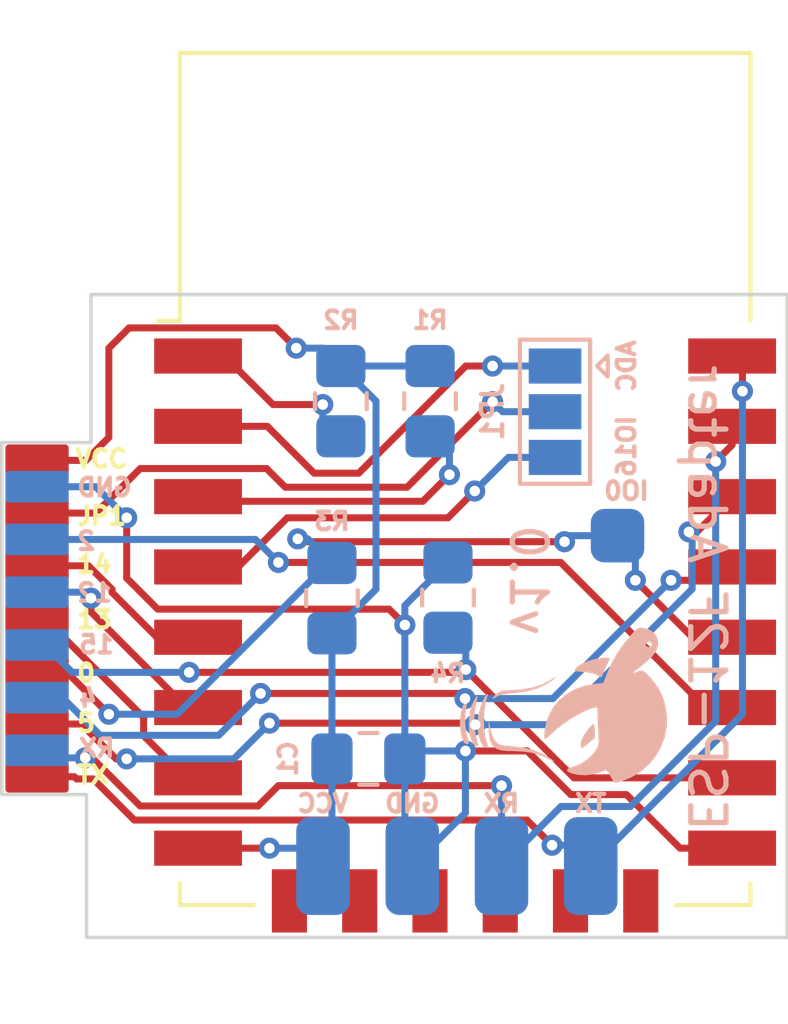
<source format=kicad_pcb>
(kicad_pcb (version 20221018) (generator pcbnew)
  (title_block (title "Gosund SP112 ESP12f adapter") (date "2024-02-28") (rev "esp12f-1") (company "ColossalTurtle unip lda") (comment 1 "ohnuts.blog"))
  (layers (0 "F.Cu" signal) (31 "B.Cu" signal) (34 "B.Paste" user) (35 "F.Paste" user) (36 "B.SilkS" user "B.Silkscreen") (37 "F.SilkS" user "F.Silkscreen") (38 "B.Mask" user) (39 "F.Mask" user) (44 "Edge.Cuts" user))
  (net 0 "")
  (net 1 "VCC")
  (net 2 "GND")
  (net 3 "Net-(U2-EN)")
  (net 4 "Net-(U2-~{RST})")
  (net 5 "/IO0")
  (net 6 "/IO15")
  (net 7 "/IO14")
  (net 8 "/IO12")
  (net 9 "/IO13")
  (net 10 "/IO2")
  (net 11 "/IO4")
  (net 12 "/IO5")
  (net 13 "/RX")
  (net 14 "/TX")
  (net 15 "/IO16")
  (net 16 "/JP1")
  (net 17 "/ADC")
  (footprint "GosundSP112:PCBConnector" (layer "F.Cu") (at 149.225 121.412)
    (fp_text reference "J1" hide)
    (fp_text value "Connector" hide)
    (pad "1" smd roundrect (at -0.9 0) (size 1.8 0.9) (layers "F.Cu" "F.Paste" "F.Mask") (roundrect_rratio 0.1) (net 14 "/TX"))
    (pad "2" smd roundrect (at -0.9 -1.5) (size 1.8 0.9) (layers "F.Cu" "F.Paste" "F.Mask") (roundrect_rratio 0.1) (net 12 "/IO5"))
    (pad "3" smd roundrect (at -0.9 -3) (size 1.8 0.9) (layers "F.Cu" "F.Paste" "F.Mask") (roundrect_rratio 0.1) (net 5 "/IO0"))
    (pad "4" smd roundrect (at -0.9 -4.5) (size 1.8 0.9) (layers "F.Cu" "F.Paste" "F.Mask") (roundrect_rratio 0.1) (net 9 "/IO13"))
    (pad "5" smd roundrect (at -0.9 -6) (size 1.8 0.9) (layers "F.Cu" "F.Paste" "F.Mask") (roundrect_rratio 0.1) (net 7 "/IO14"))
    (pad "6" smd roundrect (at -0.9 -7.5) (size 1.8 0.9) (layers "F.Cu" "F.Paste" "F.Mask") (roundrect_rratio 0.1) (net 16 "/JP1"))
    (pad "7" smd roundrect (at -0.9 -9) (size 1.8 0.9) (layers "F.Cu" "F.Paste" "F.Mask") (roundrect_rratio 0.1) (net 1 "VCC"))
    (pad "8" smd roundrect (at -0.9 -0.75) (size 1.8 0.9) (layers "B.Cu" "B.Paste" "B.Mask") (roundrect_rratio 0.1) (net 13 "/RX"))
    (pad "9" smd roundrect (at -0.9 -2.25) (size 1.8 0.9) (layers "B.Cu" "B.Paste" "B.Mask") (roundrect_rratio 0.1) (net 11 "/IO4"))
    (pad "10" smd roundrect (at -0.9 -3.75) (size 1.8 0.9) (layers "B.Cu" "B.Paste" "B.Mask") (roundrect_rratio 0.1) (net 6 "/IO15"))
    (pad "11" smd roundrect (at -0.9 -5.25) (size 1.8 0.9) (layers "B.Cu" "B.Paste" "B.Mask") (roundrect_rratio 0.1) (net 8 "/IO12"))
    (pad "12" smd roundrect (at -0.9 -6.75) (size 1.8 0.9) (layers "B.Cu" "B.Paste" "B.Mask") (roundrect_rratio 0.1) (net 10 "/IO2"))
    (pad "13" smd roundrect (at -0.9 -8.25) (size 1.8 0.9) (layers "B.Cu" "B.Paste" "B.Mask") (roundrect_rratio 0.1) (net 2 "GND"))
  )
  (footprint "RF_Module:ESP-12E" (layer "F.Cu") (at 160.508 112.944)
    (fp_text reference "U2" hide)
    (fp_text value "ESP-12F")
    (fp_line (start -8.12 -12.12) (end 8.12 -12.12) (stroke (width 0.12)) (layer "F.SilkS"))
    (fp_line (start -8.12 -4.5) (end -8.73 -4.5) (stroke (width 0.12)) (layer "F.SilkS"))
    (fp_line (start -8.12 -4.5) (end -8.12 -12.12) (stroke (width 0.12)) (layer "F.SilkS"))
    (fp_line (start -8.12 12.12) (end -8.12 11.5) (stroke (width 0.12)) (layer "F.SilkS"))
    (fp_line (start -6 12.12) (end -8.12 12.12) (stroke (width 0.12)) (layer "F.SilkS"))
    (fp_line (start 8.12 -12.12) (end 8.12 -4.5) (stroke (width 0.12)) (layer "F.SilkS"))
    (fp_line (start 8.12 11.5) (end 8.12 12.12) (stroke (width 0.12)) (layer "F.SilkS"))
    (fp_line (start 8.12 12.12) (end 6 12.12) (stroke (width 0.12)) (layer "F.SilkS"))
    (pad "1" smd rect (at -7.6 -3.5) (size 2.5 1) (layers "F.Cu" "F.Paste" "F.Mask") (net 4 "Net-(U2-~{RST})"))
    (pad "2" smd rect (at -7.6 -1.5) (size 2.5 1) (layers "F.Cu" "F.Paste" "F.Mask") (net 17 "/ADC"))
    (pad "3" smd rect (at -7.6 0.5) (size 2.5 1) (layers "F.Cu" "F.Paste" "F.Mask") (net 3 "Net-(U2-EN)"))
    (pad "4" smd rect (at -7.6 2.5) (size 2.5 1) (layers "F.Cu" "F.Paste" "F.Mask") (net 15 "/IO16"))
    (pad "5" smd rect (at -7.6 4.5) (size 2.5 1) (layers "F.Cu" "F.Paste" "F.Mask") (net 7 "/IO14"))
    (pad "6" smd rect (at -7.6 6.5) (size 2.5 1) (layers "F.Cu" "F.Paste" "F.Mask") (net 8 "/IO12"))
    (pad "7" smd rect (at -7.6 8.5) (size 2.5 1) (layers "F.Cu" "F.Paste" "F.Mask") (net 9 "/IO13"))
    (pad "8" smd rect (at -7.6 10.5) (size 2.5 1) (layers "F.Cu" "F.Paste" "F.Mask") (net 1 "VCC"))
    (pad "9" smd rect (at -5 12) (size 1 1.8) (layers "F.Cu" "F.Paste" "F.Mask"))
    (pad "10" smd rect (at -3 12) (size 1 1.8) (layers "F.Cu" "F.Paste" "F.Mask"))
    (pad "11" smd rect (at -1 12) (size 1 1.8) (layers "F.Cu" "F.Paste" "F.Mask"))
    (pad "12" smd rect (at 1 12) (size 1 1.8) (layers "F.Cu" "F.Paste" "F.Mask"))
    (pad "13" smd rect (at 3 12) (size 1 1.8) (layers "F.Cu" "F.Paste" "F.Mask"))
    (pad "14" smd rect (at 5 12) (size 1 1.8) (layers "F.Cu" "F.Paste" "F.Mask"))
    (pad "15" smd rect (at 7.6 10.5) (size 2.5 1) (layers "F.Cu" "F.Paste" "F.Mask") (net 2 "GND"))
    (pad "16" smd rect (at 7.6 8.5) (size 2.5 1) (layers "F.Cu" "F.Paste" "F.Mask") (net 6 "/IO15"))
    (pad "17" smd rect (at 7.6 6.5) (size 2.5 1) (layers "F.Cu" "F.Paste" "F.Mask") (net 10 "/IO2"))
    (pad "18" smd rect (at 7.6 4.5) (size 2.5 1) (layers "F.Cu" "F.Paste" "F.Mask") (net 5 "/IO0"))
    (pad "19" smd rect (at 7.6 2.5) (size 2.5 1) (layers "F.Cu" "F.Paste" "F.Mask") (net 11 "/IO4"))
    (pad "20" smd rect (at 7.6 0.5) (size 2.5 1) (layers "F.Cu" "F.Paste" "F.Mask") (net 12 "/IO5"))
    (pad "21" smd rect (at 7.6 -1.5) (size 2.5 1) (layers "F.Cu" "F.Paste" "F.Mask") (net 13 "/RX"))
    (pad "22" smd rect (at 7.6 -3.5) (size 2.5 1) (layers "F.Cu" "F.Paste" "F.Mask") (net 14 "/TX"))
  )
  (footprint "Jumper:SolderJumper-3_P1.3mm_Open_Pad1.0x1.5mm" (layer "B.Cu") (at 163.068 111.028 -90)
    (fp_text reference "JP1" (at 0 1.778 90) (layer "B.SilkS") (effects (font (size 0.6 0.6) (thickness 0.125)) (justify mirror)))
    (fp_text value "SolderJumper_3_Open")
    (fp_line (start -2.05 -1) (end -2.05 1) (stroke (width 0.12)) (layer "B.SilkS"))
    (fp_line (start -2.05 1) (end 2.05 1) (stroke (width 0.12)) (layer "B.SilkS"))
    (fp_line (start -1.6 -1.5) (end -1 -1.5) (stroke (width 0.12)) (layer "B.SilkS"))
    (fp_line (start -1.3 -1.2) (end -1.6 -1.5) (stroke (width 0.12)) (layer "B.SilkS"))
    (fp_line (start -1.3 -1.2) (end -1 -1.5) (stroke (width 0.12)) (layer "B.SilkS"))
    (fp_line (start 2.05 -1) (end -2.05 -1) (stroke (width 0.12)) (layer "B.SilkS"))
    (fp_line (start 2.05 1) (end 2.05 -1) (stroke (width 0.12)) (layer "B.SilkS"))
    (pad "1" smd rect (at -1.3 0 270) (size 1 1.5) (layers "B.Cu" "B.Mask") (net 17 "/ADC"))
    (pad "2" smd rect (at 0 0 270) (size 1 1.5) (layers "B.Cu" "B.Mask") (net 16 "/JP1"))
    (pad "3" smd rect (at 1.3 0 270) (size 1 1.5) (layers "B.Cu" "B.Mask") (net 15 "/IO16"))
  )
  (footprint "Resistor_SMD:R_0805_2012Metric_Pad1.20x1.40mm_HandSolder" (layer "B.Cu") (at 159.512 110.728 -90)
    (fp_text reference "R1" (at -2.302 0) (layer "B.SilkS") (effects (font (size 0.5 0.5) (thickness 0.125)) (justify mirror)))
    (fp_text value "10k")
    (fp_line (start -0.227064 -0.735) (end 0.227064 -0.735) (stroke (width 0.12)) (layer "B.SilkS"))
    (fp_line (start -0.227064 0.735) (end 0.227064 0.735) (stroke (width 0.12)) (layer "B.SilkS"))
    (pad "1" smd roundrect (at -1 0 270) (size 1.2 1.4) (layers "B.Cu" "B.Paste" "B.Mask") (roundrect_rratio 0.2083333333) (net 1 "VCC"))
    (pad "2" smd roundrect (at 1 0 270) (size 1.2 1.4) (layers "B.Cu" "B.Paste" "B.Mask") (roundrect_rratio 0.2083333333) (net 3 "Net-(U2-EN)"))
  )
  (footprint "Resistor_SMD:R_0805_2012Metric_Pad1.20x1.40mm_HandSolder" (layer "B.Cu") (at 156.718 116.332 90)
    (fp_text reference "R3" (at 2.1844 0) (layer "B.SilkS") (effects (font (size 0.5 0.5) (thickness 0.125)) (justify mirror)))
    (fp_text value "10k")
    (fp_line (start -0.227064 -0.735) (end 0.227064 -0.735) (stroke (width 0.12)) (layer "B.SilkS"))
    (fp_line (start -0.227064 0.735) (end 0.227064 0.735) (stroke (width 0.12)) (layer "B.SilkS"))
    (pad "1" smd roundrect (at -1 0 90) (size 1.2 1.4) (layers "B.Cu" "B.Paste" "B.Mask") (roundrect_rratio 0.2083333333) (net 1 "VCC"))
    (pad "2" smd roundrect (at 1 0 90) (size 1.2 1.4) (layers "B.Cu" "B.Paste" "B.Mask") (roundrect_rratio 0.2083333333) (net 5 "/IO0"))
  )
  (footprint "Resistor_SMD:R_0805_2012Metric_Pad1.20x1.40mm_HandSolder" (layer "B.Cu") (at 156.972 110.728 -90)
    (fp_text reference "R2" (at -2.302 0) (layer "B.SilkS") (effects (font (size 0.5 0.5) (thickness 0.125)) (justify mirror)))
    (fp_text value "10k")
    (fp_line (start -0.227064 -0.735) (end 0.227064 -0.735) (stroke (width 0.12)) (layer "B.SilkS"))
    (fp_line (start -0.227064 0.735) (end 0.227064 0.735) (stroke (width 0.12)) (layer "B.SilkS"))
    (pad "1" smd roundrect (at -1 0 270) (size 1.2 1.4) (layers "B.Cu" "B.Paste" "B.Mask") (roundrect_rratio 0.2083333333) (net 1 "VCC"))
    (pad "2" smd roundrect (at 1 0 270) (size 1.2 1.4) (layers "B.Cu" "B.Paste" "B.Mask") (roundrect_rratio 0.2083333333) (net 4 "Net-(U2-~{RST})"))
  )
  (footprint "GosundSP112:IO0" (layer "B.Cu") (at 162.306 114.554 90)
    (fp_text reference "J3" hide)
    (fp_text value "Conn_01x01_Male")
    (pad "1" smd roundrect (at 0 2.54 90) (size 1.524 1.524) (layers "B.Cu" "B.Paste" "B.Mask") (net 5 "/IO0"))
  )
  (footprint "Resistor_SMD:R_0805_2012Metric_Pad1.20x1.40mm_HandSolder" (layer "B.Cu") (at 160.02 116.316 90)
    (fp_text reference "R4" (at -2.159 0) (layer "B.SilkS") (effects (font (size 0.5 0.5) (thickness 0.125)) (justify mirror)))
    (fp_text value "10k")
    (fp_line (start -0.227064 -0.735) (end 0.227064 -0.735) (stroke (width 0.12)) (layer "B.SilkS"))
    (fp_line (start -0.227064 0.735) (end 0.227064 0.735) (stroke (width 0.12)) (layer "B.SilkS"))
    (pad "1" smd roundrect (at -1 0 90) (size 1.2 1.4) (layers "B.Cu" "B.Paste" "B.Mask") (roundrect_rratio 0.2083333333) (net 6 "/IO15"))
    (pad "2" smd roundrect (at 1 0 90) (size 1.2 1.4) (layers "B.Cu" "B.Paste" "B.Mask") (roundrect_rratio 0.2083333333) (net 2 "GND"))
  )
  (footprint "ColossalTurtle:logo_smaller" (layer "B.Cu") (at 163.322 119.38 90)
    (fp_text reference "G***" hide)
    (fp_text value "LOGO" hide)
    (fp_poly (pts (xy -0.750712 0.874457) (xy -0.626903 0.870437) (xy -0.556964 0.856611) (xy -0.538641 0.82919) (xy -0.569682 0.784385) (xy -0.647833 0.718406) (xy -0.654758 0.71309) (xy -0.750534 0.642386) (xy -0.845041 0.5767) (xy -0.903111 0.539343) (xy -0.977961 0.506486) (xy -1.062928 0.486185) (xy -1.141432 0.479993) (xy -1.196896 0.489465) (xy -1.213556 0.510229) (xy -1.196129 0.544679) (xy -1.149957 0.608492) (xy -1.084204 0.689213) (xy -1.068212 0.707784) (xy -0.922869 0.874889) (xy -0.750712 0.874457)) (stroke (width 0.01)) (fill solid) (layer "B.SilkS"))
    (fp_poly (pts (xy 1.34927 1.272588) (xy 1.353465 1.203268) (xy 1.346645 1.102009) (xy 1.329373 0.980404) (xy 1.314358 0.903111) (xy 1.270535 0.737269) (xy 1.215347 0.586823) (xy 1.153517 0.460704) (xy 1.089767 0.367843) (xy 1.028821 0.31717) (xy 1.000947 0.310445) (xy 0.980595 0.338351) (xy 0.964221 0.421047) (xy 0.952477 0.551425) (xy 0.935285 0.716548) (xy 0.904672 0.844693) (xy 0.869979 0.928726) (xy 0.802514 1.065046) (xy 1.057424 1.181789) (xy 1.167516 1.231274) (xy 1.258278 1.270323) (xy 1.31763 1.293837) (xy 1.3335 1.298377) (xy 1.34927 1.272588)) (stroke (width 0.01)) (fill solid) (layer "B.SilkS"))
    (fp_poly (pts (xy -1.038345 -2.46391) (xy -0.95117 -2.488581) (xy -0.716734 -2.542444) (xy -0.465702 -2.560858) (xy -0.189969 -2.54367) (xy 0.118566 -2.490724) (xy 0.225778 -2.466149) (xy 0.257766 -2.464458) (xy 0.248632 -2.482273) (xy 0.20762 -2.513618) (xy 0.143973 -2.552518) (xy 0.066934 -2.592997) (xy -0.014254 -2.629079) (xy -0.043105 -2.639979) (xy -0.163353 -2.669726) (xy -0.31911 -2.690001) (xy -0.490951 -2.700069) (xy -0.659452 -2.699193) (xy -0.805186 -2.686636) (xy -0.879161 -2.671678) (xy -1.006251 -2.626436) (xy -1.098692 -2.574129) (xy -1.150414 -2.519897) (xy -1.155352 -2.468879) (xy -1.14167 -2.449299) (xy -1.108899 -2.449164) (xy -1.038345 -2.46391)) (stroke (width 0.01)) (fill solid) (layer "B.SilkS"))
    (fp_poly (pts (xy -1.037167 -2.718567) (xy -0.977168 -2.733687) (xy -0.883939 -2.757368) (xy -0.790222 -2.781275) (xy -0.629637 -2.807238) (xy -0.436385 -2.815328) (xy -0.231121 -2.80619) (xy -0.034499 -2.780472) (xy 0.083354 -2.753945) (xy 0.168723 -2.732538) (xy 0.229043 -2.721512) (xy 0.247847 -2.721995) (xy 0.232066 -2.740782) (xy 0.180123 -2.777297) (xy 0.136271 -2.804155) (xy -0.059812 -2.89081) (xy -0.285101 -2.943531) (xy -0.522231 -2.960269) (xy -0.753834 -2.938979) (xy -0.841096 -2.919341) (xy -0.967992 -2.88112) (xy -1.04773 -2.845482) (xy -1.089044 -2.807117) (xy -1.100667 -2.761494) (xy -1.089734 -2.719172) (xy -1.046908 -2.716312) (xy -1.037167 -2.718567)) (stroke (width 0.01)) (fill solid) (layer "B.SilkS"))
    (fp_poly (pts (xy 0.30911 -2.186593) (xy 0.274104 -2.217643) (xy 0.216526 -2.2573) (xy 0.144692 -2.298276) (xy 0.139654 -2.300849) (xy -0.049575 -2.375404) (xy -0.267003 -2.426602) (xy -0.492687 -2.451866) (xy -0.706685 -2.448623) (xy -0.841132 -2.427475) (xy -0.979398 -2.387626) (xy -1.092808 -2.341199) (xy -1.170437 -2.29341) (xy -1.199945 -2.2562) (xy -1.208534 -2.19829) (xy -1.183497 -2.172568) (xy -1.119546 -2.177589) (xy -1.022772 -2.207767) (xy -0.863677 -2.248747) (xy -0.66763 -2.27407) (xy -0.452079 -2.283117) (xy -0.234478 -2.275268) (xy -0.032276 -2.249904) (xy -0.001579 -2.243988) (xy 0.112051 -2.219979) (xy 0.207177 -2.198357) (xy 0.268042 -2.182757) (xy 0.278151 -2.179464) (xy 0.31323 -2.171438) (xy 0.30911 -2.186593)) (stroke (width 0.01)) (fill solid) (layer "B.SilkS"))
    (fp_poly (pts (xy 0.791956 -0.25152) (xy 0.76529 -0.301671) (xy 0.718259 -0.378714) (xy 0.705348 -0.398854) (xy 0.593338 -0.616156) (xy 0.508203 -0.876839) (xy 0.451592 -1.173787) (xy 0.425155 -1.499887) (xy 0.423333 -1.6149) (xy 0.421123 -1.720182) (xy 0.409796 -1.790052) (xy 0.382306 -1.845504) (xy 0.331609 -1.907533) (xy 0.321271 -1.919029) (xy 0.2505 -1.991564) (xy 0.206061 -2.025667) (xy 0.191598 -2.020788) (xy 0.210754 -1.976375) (xy 0.239278 -1.931437) (xy 0.287829 -1.83523) (xy 0.318784 -1.728982) (xy 0.321142 -1.712715) (xy 0.33005 -1.632378) (xy 0.342599 -1.515314) (xy 0.356717 -1.380951) (xy 0.363896 -1.311622) (xy 0.40751 -1.021999) (xy 0.475994 -0.773801) (xy 0.572783 -0.556237) (xy 0.639771 -0.445053) (xy 0.701914 -0.354087) (xy 0.754538 -0.282194) (xy 0.788319 -0.241971) (xy 0.792789 -0.238302) (xy 0.791956 -0.25152)) (stroke (width 0.01)) (fill solid) (layer "B.SilkS"))
    (fp_poly (pts (xy -1.576709 -0.303888) (xy -1.534356 -0.360991) (xy -1.478644 -0.44169) (xy -1.472344 -0.451097) (xy -1.366844 -0.638912) (xy -1.283576 -0.855894) (xy -1.220501 -1.10931) (xy -1.175578 -1.406425) (xy -1.160193 -1.562778) (xy -1.147707 -1.693284) (xy -1.133937 -1.781503) (xy -1.11484 -1.841523) (xy -1.086371 -1.887435) (xy -1.057765 -1.919705) (xy -0.993011 -1.975501) (xy -0.91112 -2.020461) (xy -0.799659 -2.059844) (xy -0.646197 -2.098913) (xy -0.620889 -2.104605) (xy -0.465667 -2.139105) (xy -0.663222 -2.140109) (xy -0.785634 -2.134864) (xy -0.905319 -2.120214) (xy -0.983737 -2.102755) (xy -1.096477 -2.057449) (xy -1.179891 -1.996433) (xy -1.23792 -1.911591) (xy -1.274503 -1.79481) (xy -1.29358 -1.637977) (xy -1.29905 -1.453444) (xy -1.311939 -1.159267) (xy -1.349568 -0.905657) (xy -1.414241 -0.681389) (xy -1.494541 -0.500944) (xy -1.54417 -0.40357) (xy -1.580058 -0.328499) (xy -1.59694 -0.286971) (xy -1.596967 -0.282222) (xy -1.576709 -0.303888)) (stroke (width 0.01)) (fill solid) (layer "B.SilkS"))
    (fp_poly (pts (xy -0.005503 2.88446) (xy 0.259998 2.801095) (xy 0.357543 2.756403) (xy 0.490993 2.679319) (xy 0.631677 2.582459) (xy 0.763644 2.478116) (xy 0.870947 2.378584) (xy 0.918752 2.32382) (xy 0.965398 2.259221) (xy 0.982812 2.212366) (xy 0.974602 2.157985) (xy 0.951877 2.091715) (xy 0.926963 2.015231) (xy 0.915185 1.964142) (xy 0.915912 1.953347) (xy 0.935927 1.969841) (xy 0.981154 2.022508) (xy 1.043656 2.101836) (xy 1.079912 2.149879) (xy 1.238767 2.34895) (xy 1.304942 2.417245) (xy 1.645104 2.417245) (xy 1.662903 2.359218) (xy 1.663148 2.358922) (xy 1.710016 2.319098) (xy 1.755493 2.328655) (xy 1.790039 2.358516) (xy 1.813869 2.411611) (xy 1.80219 2.467211) (xy 1.763916 2.503455) (xy 1.729732 2.506425) (xy 1.670584 2.473413) (xy 1.645104 2.417245) (xy 1.304942 2.417245) (xy 1.38324 2.49805) (xy 1.51794 2.600363) (xy 1.647475 2.659072) (xy 1.776455 2.677361) (xy 1.837364 2.67301) (xy 1.967465 2.628794) (xy 2.076111 2.540111) (xy 2.155279 2.417315) (xy 2.196945 2.270762) (xy 2.201333 2.203273) (xy 2.198698 2.151945) (xy 2.185857 2.108413) (xy 2.155403 2.062737) (xy 2.09993 2.004978) (xy 2.012034 1.925196) (xy 1.960351 1.87983) (xy 1.720136 1.682741) (xy 1.485926 1.520061) (xy 1.239553 1.380884) (xy 0.962849 1.254301) (xy 0.829117 1.200678) (xy 0.628123 1.12281) (xy 0.608648 0.907128) (xy 0.556714 0.60336) (xy 0.459971 0.325671) (xy 0.321578 0.078347) (xy 0.144692 -0.134324) (xy -0.067528 -0.308056) (xy -0.311926 -0.43856) (xy -0.409222 -0.474815) (xy -0.524734 -0.507661) (xy -0.646961 -0.533422) (xy -0.763727 -0.550721) (xy -0.862858 -0.55818) (xy -0.932176 -0.55442) (xy -0.959508 -0.538066) (xy -0.959556 -0.537085) (xy -0.940603 -0.502661) (xy -0.89024 -0.441205) (xy -0.818207 -0.364318) (xy -0.795013 -0.341143) (xy -0.671232 -0.205383) (xy -0.543024 -0.040523) (xy -0.417267 0.142119) (xy -0.300841 0.331224) (xy -0.200626 0.515471) (xy -0.1235 0.683543) (xy -0.076342 0.82412) (xy -0.07055 0.850885) (xy -0.051673 0.951505) (xy -0.526781 0.970551) (xy -0.723381 0.978398) (xy -0.871778 0.983816) (xy -0.980176 0.986489) (xy -1.056777 0.986104) (xy -1.109785 0.982344) (xy -1.147401 0.974896) (xy -1.177829 0.963444) (xy -1.209271 0.947673) (xy -1.216182 0.944087) (xy -1.37795 0.833486) (xy -1.526412 0.68201) (xy -1.649282 0.505218) (xy -1.734277 0.31867) (xy -1.748981 0.269252) (xy -1.786328 0.154902) (xy -1.824155 0.096896) (xy -1.862961 0.095131) (xy -1.903246 0.149507) (xy -1.936177 0.231299) (xy -1.975971 0.415209) (xy -1.983823 0.62221) (xy -1.960204 0.829187) (xy -1.920989 0.973667) (xy -1.886634 1.069613) (xy -1.85876 1.148339) (xy -1.845312 1.187187) (xy -1.853483 1.220326) (xy -1.90233 1.261714) (xy -1.997747 1.316129) (xy -2.015958 1.325465) (xy -2.105914 1.375296) (xy -2.171801 1.419746) (xy -2.200913 1.450105) (xy -2.201333 1.452545) (xy -2.193808 1.496347) (xy -2.174425 1.574278) (xy -2.156281 1.638822) (xy -2.044159 1.922733) (xy -1.884535 2.182769) (xy -1.683331 2.413273) (xy -1.446469 2.608587) (xy -1.179872 2.763053) (xy -0.889461 2.871014) (xy -0.857688 2.879457) (xy -0.579428 2.925169) (xy -0.290339 2.926327) (xy -0.005503 2.88446)) (stroke (width 0.01)) (fill solid) (layer "B.SilkS"))
  )
  (footprint "Capacitor_SMD:C_0805_2012Metric_Pad1.18x1.45mm_HandSolder" (layer "B.Cu") (at 157.7555 120.904)
    (fp_text reference "C1" (at -2.286 0 90) (layer "B.SilkS") (effects (font (size 0.5 0.5) (thickness 0.125)) (justify mirror)))
    (fp_text value "100nF")
    (fp_line (start -0.261252 -0.735) (end 0.261252 -0.735) (stroke (width 0.12)) (layer "B.SilkS"))
    (fp_line (start -0.261252 0.735) (end 0.261252 0.735) (stroke (width 0.12)) (layer "B.SilkS"))
    (pad "1" smd roundrect (at -1.0375 0) (size 1.175 1.45) (layers "B.Cu" "B.Paste" "B.Mask") (roundrect_rratio 0.2127659574) (net 1 "VCC"))
    (pad "2" smd roundrect (at 1.0375 0) (size 1.175 1.45) (layers "B.Cu" "B.Paste" "B.Mask") (roundrect_rratio 0.2127659574) (net 2 "GND"))
  )
  (footprint "GosundSP112:FDTI" (layer "B.Cu") (at 156.464 123.952 90)
    (fp_text reference "J2" hide)
    (fp_text value "Conn_01x04_Male" hide)
    (pad "1" smd roundrect (at 0 0 90) (size 2.786 1.524) (layers "B.Cu" "B.Paste" "B.Mask") (net 1 "VCC"))
    (pad "2" smd roundrect (at 0 2.54 90) (size 2.786 1.524) (layers "B.Cu" "B.Paste" "B.Mask") (net 2 "GND"))
    (pad "3" smd roundrect (at 0 5.08 90) (size 2.786 1.524) (layers "B.Cu" "B.Paste" "B.Mask") (net 13 "/RX"))
    (pad "4" smd roundrect (at 0 7.62 90) (size 2.786 1.524) (layers "B.Cu" "B.Paste" "B.Mask") (net 14 "/TX"))
  )
  (gr_line (start 149.733 125.984) (end 169.672 125.984) (stroke (width 0.1)) (layer "Edge.Cuts"))
  (gr_line (start 149.86 107.696) (end 149.86 111.906) (stroke (width 0.1)) (layer "Edge.Cuts"))
  (gr_line (start 147.32 111.906) (end 147.32 121.92) (stroke (width 0.1)) (layer "Edge.Cuts"))
  (gr_line (start 149.733 121.92) (end 147.32 121.92) (stroke (width 0.1)) (layer "Edge.Cuts"))
  (gr_line (start 169.672 125.984) (end 169.672 107.696) (stroke (width 0.1)) (layer "Edge.Cuts"))
  (gr_line (start 169.672 107.696) (end 149.86 107.696) (stroke (width 0.1)) (layer "Edge.Cuts"))
  (gr_line (start 147.32 111.906) (end 149.86 111.906) (stroke (width 0.1)) (layer "Edge.Cuts"))
  (gr_line (start 149.733 121.92) (end 149.733 125.984) (stroke (width 0.1)) (layer "Edge.Cuts"))
  (gr_text "12" (at 149.4028 116.1796) (layer "B.SilkS") (effects (font (size 0.5 0.5) (thickness 0.125)) (justify right mirror)))
  (gr_text "2\n" (at 149.4028 114.7064) (layer "B.SilkS") (effects (font (size 0.5 0.5) (thickness 0.125)) (justify right mirror)))
  (gr_text "GND\n" (at 149.4028 113.1824) (layer "B.SilkS") (effects (font (size 0.5 0.5) (thickness 0.125)) (justify right mirror)))
  (gr_text "RX" (at 149.4536 120.5992) (layer "B.SilkS") (effects (font (size 0.5 0.5) (thickness 0.125)) (justify right mirror)))
  (gr_text "IO16" (at 165.1 112.014 90) (layer "B.SilkS") (effects (font (size 0.5 0.5) (thickness 0.125)) (justify mirror)))
  (gr_text "TX" (at 164.084 122.174) (layer "B.SilkS") (effects (font (size 0.5 0.5) (thickness 0.125)) (justify mirror)))
  (gr_text "GND\n" (at 159.004 122.174) (layer "B.SilkS") (effects (font (size 0.5 0.5) (thickness 0.125)) (justify mirror)))
  (gr_text "RX\n" (at 161.544 122.174) (layer "B.SilkS") (effects (font (size 0.5 0.5) (thickness 0.125)) (justify mirror)))
  (gr_text "4" (at 149.4536 119.1768) (layer "B.SilkS") (effects (font (size 0.5 0.5) (thickness 0.125)) (justify right mirror)))
  (gr_text "ESP-12F Adapter" (at 167.386 116.332 -90) (layer "B.SilkS") (effects (font (size 1 1)) (justify mirror)))
  (gr_text "ADC" (at 165.1 109.728 90) (layer "B.SilkS") (effects (font (size 0.5 0.5) (thickness 0.125)) (justify mirror)))
  (gr_text "v1.0" (at 162.306 115.824 270) (layer "B.SilkS") (effects (font (size 1 1)) (justify mirror)))
  (gr_text "IO0" (at 165.1 113.284) (layer "B.SilkS") (effects (font (size 0.5 0.5) (thickness 0.125)) (justify mirror)))
  (gr_text "VCC\n" (at 156.464 122.174) (layer "B.SilkS") (effects (font (size 0.5 0.5) (thickness 0.125)) (justify mirror)))
  (gr_text "15" (at 149.4536 117.6528) (layer "B.SilkS") (effects (font (size 0.5 0.5) (thickness 0.125)) (justify right mirror)))
  (gr_text "13" (at 149.4028 116.9416) (layer "F.SilkS") (effects (font (size 0.5 0.5) (thickness 0.125)) (justify left)))
  (gr_text "0" (at 149.4028 118.4656) (layer "F.SilkS") (effects (font (size 0.5 0.5) (thickness 0.125)) (justify left)))
  (gr_text "TX" (at 149.4028 121.3612) (layer "F.SilkS") (effects (font (size 0.5 0.5) (thickness 0.125)) (justify left)))
  (gr_text "VCC" (at 149.352 112.3696) (layer "F.SilkS") (effects (font (size 0.5 0.5) (thickness 0.125)) (justify left)))
  (gr_text "JP1" (at 149.4028 113.9952) (layer "F.SilkS") (effects (font (size 0.5 0.5) (thickness 0.125)) (justify left)))
  (gr_text "5" (at 149.4028 119.888) (layer "F.SilkS") (effects (font (size 0.5 0.5) (thickness 0.125)) (justify left)))
  (gr_text "14" (at 149.4028 115.3668) (layer "F.SilkS") (effects (font (size 0.5 0.5) (thickness 0.125)) (justify left)))
  (segment (start 155.126 108.644) (end 155.702 109.22) (width 0.2) (layer "F.Cu") (net 1))
  (segment (start 149.716 112.412) (end 150.368 111.76) (width 0.2) (layer "F.Cu") (net 1))
  (segment (start 152.908 123.444) (end 154.94 123.444) (width 0.2) (layer "F.Cu") (net 1))
  (segment (start 150.944 108.644) (end 155.126 108.644) (width 0.2) (layer "F.Cu") (net 1))
  (segment (start 148.325 112.412) (end 149.716 112.412) (width 0.2) (layer "F.Cu") (net 1))
  (segment (start 150.368 111.76) (end 150.368 109.22) (width 0.2) (layer "F.Cu") (net 1))
  (segment (start 150.368 109.22) (end 150.944 108.644) (width 0.2) (layer "F.Cu") (net 1))
  (via (at 155.702 109.22) (size 0.6) (drill 0.3) (layers "F.Cu" "B.Cu") (net 1))
  (via (at 154.94 123.444) (size 0.6) (drill 0.3) (layers "F.Cu" "B.Cu") (net 1))
  (segment (start 154.94 123.444) (end 155.956 123.444) (width 0.2) (layer "B.Cu") (net 1))
  (segment (start 156.972 109.728) (end 157.972 110.728) (width 0.2) (layer "B.Cu") (net 1))
  (segment (start 155.702 109.22) (end 156.464 109.22) (width 0.2) (layer "B.Cu") (net 1))
  (segment (start 156.718 123.698) (end 156.464 123.952) (width 0.2) (layer "B.Cu") (net 1))
  (segment (start 156.464 109.22) (end 156.972 109.728) (width 0.2) (layer "B.Cu") (net 1))
  (segment (start 157.972 116.078) (end 156.718 117.332) (width 0.2) (layer "B.Cu") (net 1))
  (segment (start 155.956 123.444) (end 156.464 123.952) (width 0.2) (layer "B.Cu") (net 1))
  (segment (start 157.972 110.728) (end 157.972 116.078) (width 0.2) (layer "B.Cu") (net 1))
  (segment (start 156.718 120.904) (end 156.718 123.698) (width 0.2) (layer "B.Cu") (net 1))
  (segment (start 159.512 109.728) (end 156.972 109.728) (width 0.2) (layer "B.Cu") (net 1))
  (segment (start 156.718 117.332) (end 156.718 120.904) (width 0.2) (layer "B.Cu") (net 1))
  (segment (start 162.277195 120.678881) (end 163.518314 121.92) (width 0.2) (layer "F.Cu") (net 2))
  (segment (start 150.876 114.046) (end 150.876 115.762) (width 0.2) (layer "F.Cu") (net 2))
  (segment (start 160.517121 120.678881) (end 162.277195 120.678881) (width 0.2) (layer "F.Cu") (net 2))
  (segment (start 166.624 123.444) (end 168.108 123.444) (width 0.2) (layer "F.Cu") (net 2))
  (segment (start 165.1 121.92) (end 166.624 123.444) (width 0.2) (layer "F.Cu") (net 2))
  (segment (start 158.343 116.644) (end 158.793 117.094) (width 0.2) (layer "F.Cu") (net 2))
  (segment (start 150.876 115.762) (end 151.758 116.644) (width 0.2) (layer "F.Cu") (net 2))
  (segment (start 163.518314 121.92) (end 165.1 121.92) (width 0.2) (layer "F.Cu") (net 2))
  (segment (start 151.758 116.644) (end 158.343 116.644) (width 0.2) (layer "F.Cu") (net 2))
  (via (at 158.793 117.094) (size 0.6) (drill 0.3) (layers "F.Cu" "B.Cu") (net 2))
  (via (at 160.517121 120.678881) (size 0.6) (drill 0.3) (layers "F.Cu" "B.Cu") (net 2))
  (via (at 150.876 114.046) (size 0.6) (drill 0.3) (layers "F.Cu" "B.Cu") (net 2))
  (segment (start 148.325 113.162) (end 149.992 113.162) (width 0.2) (layer "B.Cu") (net 2))
  (segment (start 160.517121 120.678881) (end 160.517121 122.438879) (width 0.2) (layer "B.Cu") (net 2))
  (segment (start 149.992 113.162) (end 150.876 114.046) (width 0.2) (layer "B.Cu") (net 2))
  (segment (start 158.793 123.741) (end 158.793 120.904) (width 0.2) (layer "B.Cu") (net 2))
  (segment (start 158.793 116.543) (end 160.02 115.316) (width 0.2) (layer "B.Cu") (net 2))
  (segment (start 160.517121 120.678881) (end 159.018119 120.678881) (width 0.2) (layer "B.Cu") (net 2))
  (segment (start 158.793 120.904) (end 158.793 117.094) (width 0.2) (layer "B.Cu") (net 2))
  (segment (start 159.004 123.952) (end 158.793 123.741) (width 0.2) (layer "B.Cu") (net 2))
  (segment (start 158.793 117.094) (end 158.793 116.543) (width 0.2) (layer "B.Cu") (net 2))
  (segment (start 160.517121 122.438879) (end 159.004 123.952) (width 0.2) (layer "B.Cu") (net 2))
  (segment (start 159.018119 120.678881) (end 158.793 120.904) (width 0.2) (layer "B.Cu") (net 2))
  (segment (start 152.908 113.444) (end 153.04 113.576) (width 0.2) (layer "F.Cu") (net 3))
  (segment (start 159.305822 113.576) (end 160.062911 112.818911) (width 0.2) (layer "F.Cu") (net 3))
  (segment (start 153.04 113.576) (end 159.305822 113.576) (width 0.2) (layer "F.Cu") (net 3))
  (via (at 160.062911 112.818911) (size 0.6) (drill 0.3) (layers "F.Cu" "B.Cu") (net 3))
  (segment (start 160.062911 112.278911) (end 159.512 111.728) (width 0.2) (layer "B.Cu") (net 3))
  (segment (start 160.062911 112.818911) (end 160.062911 112.278911) (width 0.2) (layer "B.Cu") (net 3))
  (segment (start 152.908 109.444) (end 153.658 109.444) (width 0.2) (layer "F.Cu") (net 4))
  (segment (start 153.658 109.444) (end 155.038675 110.824675) (width 0.2) (layer "F.Cu") (net 4))
  (segment (start 155.038675 110.824675) (end 156.456974 110.824675) (width 0.2) (layer "F.Cu") (net 4))
  (via (at 156.456974 110.824675) (size 0.6) (drill 0.3) (layers "F.Cu" "B.Cu") (net 4))
  (segment (start 156.456974 111.212974) (end 156.972 111.728) (width 0.2) (layer "B.Cu") (net 4))
  (segment (start 156.456974 110.824675) (end 156.456974 111.212974) (width 0.2) (layer "B.Cu") (net 4))
  (segment (start 155.825506 114.726095) (end 155.744911 114.6455) (width 0.2) (layer "F.Cu") (net 5))
  (segment (start 163.336833 114.726095) (end 155.825506 114.726095) (width 0.2) (layer "F.Cu") (net 5))
  (segment (start 168.108 117.444) (end 166.974 117.444) (width 0.2) (layer "F.Cu") (net 5))
  (segment (start 148.325 118.412) (end 149.146 118.412) (width 0.2) (layer "F.Cu") (net 5))
  (segment (start 166.974 117.444) (end 165.354 115.824) (width 0.2) (layer "F.Cu") (net 5))
  (segment (start 149.146 118.412) (end 150.368 119.634) (width 0.2) (layer "F.Cu") (net 5))
  (via (at 150.368 119.634) (size 0.6) (drill 0.3) (layers "F.Cu" "B.Cu") (net 5))
  (via (at 155.744911 114.6455) (size 0.6) (drill 0.3) (layers "F.Cu" "B.Cu") (net 5))
  (via (at 163.336833 114.726095) (size 0.6) (drill 0.3) (layers "F.Cu" "B.Cu") (net 5))
  (via (at 165.354 115.824) (size 0.6) (drill 0.3) (layers "F.Cu" "B.Cu") (net 5))
  (segment (start 164.846 114.554) (end 163.508928 114.554) (width 0.2) (layer "B.Cu") (net 5))
  (segment (start 155.744911 114.6455) (end 156.0315 114.6455) (width 0.2) (layer "B.Cu") (net 5))
  (segment (start 163.508928 114.554) (end 163.336833 114.726095) (width 0.2) (layer "B.Cu") (net 5))
  (segment (start 165.354 115.062) (end 164.846 114.554) (width 0.2) (layer "B.Cu") (net 5))
  (segment (start 165.354 115.824) (end 165.354 115.062) (width 0.2) (layer "B.Cu") (net 5))
  (segment (start 152.312031 119.634) (end 156.614031 115.332) (width 0.2) (layer "B.Cu") (net 5))
  (segment (start 150.368 119.634) (end 152.312031 119.634) (width 0.2) (layer "B.Cu") (net 5))
  (segment (start 156.614031 115.332) (end 156.718 115.332) (width 0.2) (layer "B.Cu") (net 5))
  (segment (start 156.0315 114.6455) (end 156.718 115.332) (width 0.2) (layer "B.Cu") (net 5))
  (segment (start 163.608 121.444) (end 160.528 118.364) (width 0.2) (layer "F.Cu") (net 6))
  (segment (start 160.448498 118.443502) (end 160.528 118.364) (width 0.2) (layer "F.Cu") (net 6))
  (segment (start 168.108 121.444) (end 163.608 121.444) (width 0.2) (layer "F.Cu") (net 6))
  (segment (start 152.654 118.443502) (end 160.448498 118.443502) (width 0.2) (layer "F.Cu") (net 6))
  (via (at 160.528 118.364) (size 0.6) (drill 0.3) (layers "F.Cu" "B.Cu") (net 6))
  (via (at 152.654 118.443502) (size 0.6) (drill 0.3) (layers "F.Cu" "B.Cu") (net 6))
  (segment (start 148.325 117.662) (end 148.546543 117.662) (width 0.2) (layer "B.Cu") (net 6))
  (segment (start 160.528 117.824) (end 160.02 117.316) (width 0.2) (layer "B.Cu") (net 6))
  (segment (start 160.528 118.364) (end 160.528 117.824) (width 0.2) (layer "B.Cu") (net 6))
  (segment (start 149.328045 118.443502) (end 152.654 118.443502) (width 0.2) (layer "B.Cu") (net 6))
  (segment (start 148.546543 117.662) (end 149.328045 118.443502) (width 0.2) (layer "B.Cu") (net 6))
  (segment (start 148.325 115.412) (end 149.788529 115.412) (width 0.2) (layer "F.Cu") (net 7))
  (segment (start 150.46 116.083471) (end 150.46 116.17) (width 0.2) (layer "F.Cu") (net 7))
  (segment (start 149.788529 115.412) (end 150.46 116.083471) (width 0.2) (layer "F.Cu") (net 7))
  (segment (start 151.734 117.444) (end 152.908 117.444) (width 0.2) (layer "F.Cu") (net 7))
  (segment (start 150.46 116.17) (end 151.734 117.444) (width 0.2) (layer "F.Cu") (net 7))
  (segment (start 149.86 116.332) (end 149.86 116.725457) (width 0.2) (layer "F.Cu") (net 8))
  (segment (start 152.578543 119.444) (end 152.908 119.444) (width 0.2) (layer "F.Cu") (net 8))
  (segment (start 149.86 116.725457) (end 152.578543 119.444) (width 0.2) (layer "F.Cu") (net 8))
  (via (at 149.86 116.332) (size 0.6) (drill 0.3) (layers "F.Cu" "B.Cu") (net 8))
  (segment (start 149.69 116.162) (end 149.86 116.332) (width 0.2) (layer "B.Cu") (net 8))
  (segment (start 148.325 116.162) (end 149.69 116.162) (width 0.2) (layer "B.Cu") (net 8))
  (segment (start 152.558 121.444) (end 152.908 121.444) (width 0.2) (layer "F.Cu") (net 9))
  (segment (start 148.546543 116.912) (end 151.358 119.723457) (width 0.2) (layer "F.Cu") (net 9))
  (segment (start 151.358 120.244) (end 152.558 121.444) (width 0.2) (layer "F.Cu") (net 9))
  (segment (start 148.325 116.912) (end 148.546543 116.912) (width 0.2) (layer "F.Cu") (net 9))
  (segment (start 151.358 119.723457) (end 151.358 120.244) (width 0.2) (layer "F.Cu") (net 9))
  (segment (start 155.194 115.316) (end 163.23 115.316) (width 0.2) (layer "F.Cu") (net 10))
  (segment (start 163.23 115.316) (end 167.358 119.444) (width 0.2) (layer "F.Cu") (net 10))
  (segment (start 167.358 119.444) (end 168.108 119.444) (width 0.2) (layer "F.Cu") (net 10))
  (via (at 155.194 115.316) (size 0.6) (drill 0.3) (layers "F.Cu" "B.Cu") (net 10))
  (segment (start 154.54 114.662) (end 155.194 115.316) (width 0.2) (layer "B.Cu") (net 10))
  (segment (start 148.325 114.662) (end 154.54 114.662) (width 0.2) (layer "B.Cu") (net 10))
  (segment (start 154.686 119.043002) (end 160.359179 119.043002) (width 0.2) (layer "F.Cu") (net 11))
  (segment (start 167.728 115.824) (end 168.108 115.444) (width 0.2) (layer "F.Cu") (net 11))
  (segment (start 160.359179 119.043002) (end 160.50384 119.187663) (width 0.2) (layer "F.Cu") (net 11))
  (segment (start 166.37 115.824) (end 167.728 115.824) (width 0.2) (layer "F.Cu") (net 11))
  (via (at 154.686 119.043002) (size 0.6) (drill 0.3) (layers "F.Cu" "B.Cu") (net 11))
  (via (at 160.50384 119.187663) (size 0.6) (drill 0.3) (layers "F.Cu" "B.Cu") (net 11))
  (via (at 166.37 115.824) (size 0.6) (drill 0.3) (layers "F.Cu" "B.Cu") (net 11))
  (segment (start 149.047471 119.162) (end 150.119471 120.234) (width 0.2) (layer "B.Cu") (net 11))
  (segment (start 160.50384 119.187663) (end 163.006337 119.187663) (width 0.2) (layer "B.Cu") (net 11))
  (segment (start 163.006337 119.187663) (end 166.37 115.824) (width 0.2) (layer "B.Cu") (net 11))
  (segment (start 153.495002 120.234) (end 154.686 119.043002) (width 0.2) (layer "B.Cu") (net 11))
  (segment (start 150.119471 120.234) (end 153.495002 120.234) (width 0.2) (layer "B.Cu") (net 11))
  (segment (start 148.325 119.162) (end 149.047471 119.162) (width 0.2) (layer "B.Cu") (net 11))
  (segment (start 154.94 119.888) (end 160.756258 119.888) (width 0.2) (layer "F.Cu") (net 12))
  (segment (start 166.878 114.444498) (end 167.107502 114.444498) (width 0.2) (layer "F.Cu") (net 12))
  (segment (start 167.107502 114.444498) (end 168.108 113.444) (width 0.2) (layer "F.Cu") (net 12))
  (segment (start 148.325 119.912) (end 149.582635 119.912) (width 0.2) (layer "F.Cu") (net 12))
  (segment (start 160.756258 119.888) (end 160.798961 119.930703) (width 0.2) (layer "F.Cu") (net 12))
  (segment (start 149.582635 119.912) (end 150.574635 120.904) (width 0.2) (layer "F.Cu") (net 12))
  (segment (start 150.574635 120.904) (end 150.876 120.904) (width 0.2) (layer "F.Cu") (net 12))
  (via (at 154.94 119.888) (size 0.6) (drill 0.3) (layers "F.Cu" "B.Cu") (net 12))
  (via (at 150.876 120.904) (size 0.6) (drill 0.3) (layers "F.Cu" "B.Cu") (net 12))
  (via (at 160.798961 119.930703) (size 0.6) (drill 0.3) (layers "F.Cu" "B.Cu") (net 12))
  (via (at 166.878 114.444498) (size 0.6) (drill 0.3) (layers "F.Cu" "B.Cu") (net 12))
  (segment (start 166.97 114.536498) (end 166.878 114.444498) (width 0.2) (layer "B.Cu") (net 12))
  (segment (start 166.97 116.072529) (end 166.97 114.536498) (width 0.2) (layer "B.Cu") (net 12))
  (segment (start 150.876 120.904) (end 153.924 120.904) (width 0.2) (layer "B.Cu") (net 12))
  (segment (start 160.798961 119.930703) (end 163.111826 119.930703) (width 0.2) (layer "B.Cu") (net 12))
  (segment (start 153.924 120.904) (end 154.94 119.888) (width 0.2) (layer "B.Cu") (net 12))
  (segment (start 163.111826 119.930703) (end 166.97 116.072529) (width 0.2) (layer "B.Cu") (net 12))
  (segment (start 151.260053 122.244) (end 149.891336 120.875283) (width 0.2) (layer "F.Cu") (net 13))
  (segment (start 149.891336 120.875283) (end 149.697389 120.875283) (width 0.2) (layer "F.Cu") (net 13))
  (segment (start 168.108 111.444) (end 168.108 111.976498) (width 0.2) (layer "F.Cu") (net 13))
  (segment (start 154.616 122.244) (end 151.260053 122.244) (width 0.2) (layer "F.Cu") (net 13))
  (segment (start 168.108 111.976498) (end 167.64 112.444498) (width 0.2) (layer "F.Cu") (net 13))
  (segment (start 161.544 121.666) (end 155.194 121.666) (width 0.2) (layer "F.Cu") (net 13))
  (segment (start 155.194 121.666) (end 154.616 122.244) (width 0.2) (layer "F.Cu") (net 13))
  (via (at 161.544 121.666) (size 0.6) (drill 0.3) (layers "F.Cu" "B.Cu") (net 13))
  (via (at 167.64 112.444498) (size 0.6) (drill 0.3) (layers "F.Cu" "B.Cu") (net 13))
  (via (at 149.697389 120.875283) (size 0.6) (drill 0.3) (layers "F.Cu" "B.Cu") (net 13))
  (segment (start 148.538283 120.875283) (end 148.325 120.662) (width 0.2) (layer "B.Cu") (net 13))
  (segment (start 149.697389 120.875283) (end 148.538283 120.875283) (width 0.2) (layer "B.Cu") (net 13))
  (segment (start 167.64 112.444498) (end 167.64 119.830314) (width 0.2) (layer "B.Cu") (net 13))
  (segment (start 161.544 121.666) (end 161.544 123.952) (width 0.2) (layer "B.Cu") (net 13))
  (segment (start 167.64 119.830314) (end 165.211314 122.259) (width 0.2) (layer "B.Cu") (net 13))
  (segment (start 163.237 122.259) (end 161.544 123.952) (width 0.2) (layer "B.Cu") (net 13))
  (segment (start 165.211314 122.259) (end 163.237 122.259) (width 0.2) (layer "B.Cu") (net 13))
  (segment (start 149.923283 121.475283) (end 151.092 122.644) (width 0.2) (layer "F.Cu") (net 14))
  (segment (start 168.402 110.444498) (end 168.402 109.738) (width 0.2) (layer "F.Cu") (net 14))
  (segment (start 151.092 122.644) (end 162.268 122.644) (width 0.2) (layer "F.Cu") (net 14))
  (segment (start 148.325 121.412) (end 149.385577 121.412) (width 0.2) (layer "F.Cu") (net 14))
  (segment (start 149.385577 121.412) (end 149.44886 121.475283) (width 0.2) (layer "F.Cu") (net 14))
  (segment (start 149.44886 121.475283) (end 149.923283 121.475283) (width 0.2) (layer "F.Cu") (net 14))
  (segment (start 162.268 122.644) (end 162.983911 123.359911) (width 0.2) (layer "F.Cu") (net 14))
  (segment (start 168.402 109.738) (end 168.108 109.444) (width 0.2) (layer "F.Cu") (net 14))
  (via (at 162.983911 123.359911) (size 0.6) (drill 0.3) (layers "F.Cu" "B.Cu") (net 14))
  (via (at 168.402 110.444498) (size 0.6) (drill 0.3) (layers "F.Cu" "B.Cu") (net 14))
  (segment (start 162.983911 123.359911) (end 163.491911 123.359911) (width 0.2) (layer "B.Cu") (net 14))
  (segment (start 163.491911 123.359911) (end 164.084 123.952) (width 0.2) (layer "B.Cu") (net 14))
  (segment (start 168.402 119.634) (end 168.402 110.444498) (width 0.2) (layer "B.Cu") (net 14))
  (segment (start 164.084 123.952) (end 168.402 119.634) (width 0.2) (layer "B.Cu") (net 14))
  (segment (start 154.05 115.444) (end 152.908 115.444) (width 0.2) (layer "F.Cu") (net 15))
  (segment (start 160.782 113.284) (end 160.02 114.046) (width 0.2) (layer "F.Cu") (net 15))
  (segment (start 160.02 114.046) (end 155.448 114.046) (width 0.2) (layer "F.Cu") (net 15))
  (segment (start 155.448 114.046) (end 154.05 115.444) (width 0.2) (layer "F.Cu") (net 15))
  (via (at 160.782 113.284) (size 0.6) (drill 0.3) (layers "F.Cu" "B.Cu") (net 15))
  (segment (start 161.738 112.328) (end 160.782 113.284) (width 0.2) (layer "B.Cu") (net 15))
  (segment (start 163.068 112.328) (end 161.738 112.328) (width 0.2) (layer "B.Cu") (net 15))
  (segment (start 151.262 112.644) (end 149.994 113.912) (width 0.2) (layer "F.Cu") (net 16))
  (segment (start 154.858 112.644) (end 151.262 112.644) (width 0.2) (layer "F.Cu") (net 16))
  (segment (start 161.29 110.744) (end 158.858 113.176) (width 0.2) (layer "F.Cu") (net 16))
  (segment (start 155.39 113.176) (end 154.858 112.644) (width 0.2) (layer "F.Cu") (net 16))
  (segment (start 158.858 113.176) (end 155.39 113.176) (width 0.2) (layer "F.Cu") (net 16))
  (segment (start 149.994 113.912) (end 148.325 113.912) (width 0.2) (layer "F.Cu") (net 16))
  (via (at 161.29 110.744) (size 0.6) (drill 0.3) (layers "F.Cu" "B.Cu") (net 16))
  (segment (start 163.068 111.028) (end 161.574 111.028) (width 0.2) (layer "B.Cu") (net 16))
  (segment (start 161.574 111.028) (end 161.29 110.744) (width 0.2) (layer "B.Cu") (net 16))
  (segment (start 157.734 112.522) (end 160.528 109.728) (width 0.2) (layer "F.Cu") (net 17))
  (segment (start 156.21 112.776) (end 157.48 112.776) (width 0.2) (layer "F.Cu") (net 17))
  (segment (start 154.878 111.444) (end 156.21 112.776) (width 0.2) (layer "F.Cu") (net 17))
  (segment (start 157.48 112.776) (end 157.734 112.522) (width 0.2) (layer "F.Cu") (net 17))
  (segment (start 160.528 109.728) (end 161.29 109.728) (width 0.2) (layer "F.Cu") (net 17))
  (segment (start 152.908 111.444) (end 154.878 111.444) (width 0.2) (layer "F.Cu") (net 17))
  (via (at 161.29 109.728) (size 0.6) (drill 0.3) (layers "F.Cu" "B.Cu") (net 17))
  (segment (start 161.29 109.728) (end 163.068 109.728) (width 0.2) (layer "B.Cu") (net 17))
)
</source>
